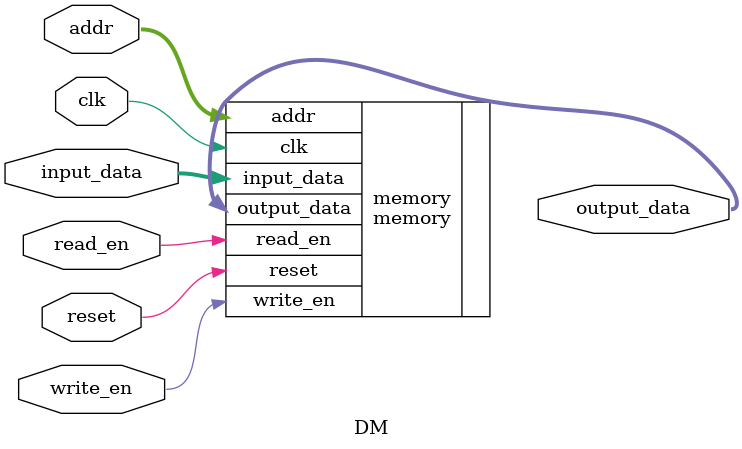
<source format=v>
`timescale 1ns / 1ps
module DM(addr, input_data, read_en, write_en, clk, reset, output_data);
input[31:0] addr;
input[31:0] input_data;
input read_en;
input write_en;
input clk;
input reset;
output[31:0] output_data;
	memory#(32,1024)memory(.addr(addr), .input_data(input_data), .read_en(read_en), .write_en(write_en),
	       .clk(clk), .reset(reset), .output_data(output_data));
endmodule

</source>
